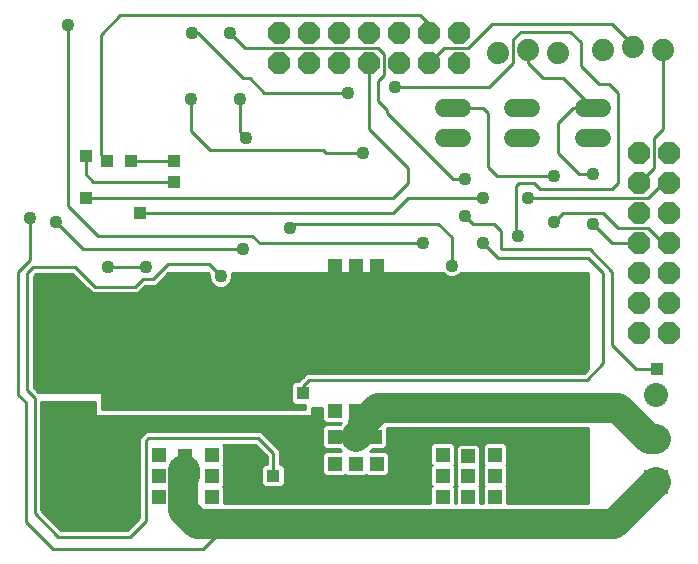
<source format=gbl>
G75*
G70*
%OFA0B0*%
%FSLAX24Y24*%
%IPPOS*%
%LPD*%
%AMOC8*
5,1,8,0,0,1.08239X$1,22.5*
%
%ADD10C,0.0600*%
%ADD11R,0.1000X0.1000*%
%ADD12C,0.1000*%
%ADD13R,0.0800X0.0800*%
%ADD14C,0.0800*%
%ADD15OC8,0.0740*%
%ADD16C,0.0740*%
%ADD17R,0.0476X0.0476*%
%ADD18C,0.0436*%
%ADD19C,0.0100*%
%ADD20C,0.1000*%
%ADD21R,0.0436X0.0436*%
D10*
X014550Y014100D02*
X015150Y014100D01*
X015150Y015100D02*
X014550Y015100D01*
X016850Y015100D02*
X017450Y015100D01*
X017450Y014100D02*
X016850Y014100D01*
X019200Y014100D02*
X019800Y014100D01*
X019800Y015100D02*
X019200Y015100D01*
D11*
X002100Y006600D03*
D12*
X002100Y004600D03*
D13*
X021600Y002630D03*
D14*
X021600Y004078D03*
X021600Y005526D03*
D15*
X022050Y007600D03*
X022050Y008600D03*
X021050Y008600D03*
X021050Y007600D03*
X021050Y009600D03*
X021050Y010600D03*
X022050Y010600D03*
X022050Y009600D03*
X022050Y011600D03*
X022050Y012600D03*
X022050Y013600D03*
X021050Y013600D03*
X021050Y012600D03*
X021050Y011600D03*
X015050Y016600D03*
X014050Y016600D03*
X013050Y016600D03*
X012050Y016600D03*
X011050Y016600D03*
X010050Y016600D03*
X009050Y016600D03*
X009050Y017600D03*
X010050Y017600D03*
X011050Y017600D03*
X012050Y017600D03*
X013050Y017600D03*
X014050Y017600D03*
X015050Y017600D03*
D16*
X016350Y016950D03*
X017350Y017050D03*
X018350Y016950D03*
X019850Y017050D03*
X020850Y017150D03*
X021850Y017050D03*
D17*
X012300Y009850D03*
X011600Y009850D03*
X010900Y009850D03*
X010900Y009000D03*
X011600Y009000D03*
X012250Y009000D03*
X012300Y008100D03*
X011600Y008100D03*
X010900Y008100D03*
X009050Y008000D03*
X009050Y007300D03*
X009050Y006600D03*
X008200Y006650D03*
X008200Y007300D03*
X008200Y008000D03*
X007300Y008000D03*
X007300Y007300D03*
X007300Y006600D03*
X010900Y005000D03*
X011600Y005000D03*
X012300Y005000D03*
X012250Y004150D03*
X011600Y004150D03*
X010900Y004150D03*
X010900Y003250D03*
X011600Y003250D03*
X012300Y003250D03*
X014500Y003550D03*
X014500Y002850D03*
X015350Y002850D03*
X015350Y003500D03*
X016250Y003550D03*
X016250Y002850D03*
X016250Y002150D03*
X015350Y002150D03*
X014500Y002150D03*
X016650Y007050D03*
X016650Y007750D03*
X016650Y008450D03*
X017550Y008450D03*
X018400Y008450D03*
X018400Y007750D03*
X017550Y007750D03*
X017550Y007100D03*
X018400Y007050D03*
X006800Y003550D03*
X006800Y002850D03*
X006800Y002150D03*
X005900Y002150D03*
X005050Y002150D03*
X005050Y002850D03*
X005050Y003550D03*
X005900Y003500D03*
X005900Y002850D03*
D18*
X007100Y009500D03*
X007850Y010400D03*
X009400Y011100D03*
X011850Y013600D03*
X011350Y015600D03*
X012900Y015800D03*
X015250Y012750D03*
X015850Y012100D03*
X015250Y011500D03*
X015850Y010600D03*
X014800Y009850D03*
X013850Y010600D03*
X017000Y010850D03*
X018200Y011300D03*
X017350Y012100D03*
X018200Y012850D03*
X019500Y012900D03*
X019500Y011250D03*
X007960Y014110D03*
X007760Y015410D03*
X006100Y015400D03*
X006150Y017600D03*
X007400Y017600D03*
X002000Y017880D03*
X000750Y011450D03*
X001600Y011300D03*
X003350Y009800D03*
X004600Y009800D03*
D19*
X000600Y001300D02*
X001500Y000400D01*
X006500Y000400D01*
X007350Y001250D01*
X007208Y001920D02*
X007208Y002459D01*
X007167Y002500D01*
X007208Y002541D01*
X007208Y003159D01*
X007167Y003200D01*
X007208Y003241D01*
X007208Y003859D01*
X007187Y003880D01*
X008259Y003880D01*
X008630Y003509D01*
X008630Y003238D01*
X008561Y003238D01*
X008462Y003139D01*
X008462Y002561D01*
X008561Y002462D01*
X009139Y002462D01*
X009238Y002561D01*
X009238Y003139D01*
X009139Y003238D01*
X009070Y003238D01*
X009070Y003691D01*
X008570Y004191D01*
X008441Y004320D01*
X004599Y004320D01*
X004470Y004191D01*
X004380Y004101D01*
X004380Y001431D01*
X003979Y001030D01*
X001781Y001030D01*
X001120Y001691D01*
X001120Y005300D01*
X002900Y005300D01*
X002900Y004850D01*
X010150Y004850D01*
X010150Y005100D01*
X010492Y005100D01*
X010492Y004691D01*
X010591Y004592D01*
X011119Y004592D01*
X011085Y004558D01*
X010591Y004558D01*
X010492Y004459D01*
X010492Y003841D01*
X010591Y003742D01*
X011036Y003742D01*
X011120Y003658D01*
X010591Y003658D01*
X010492Y003559D01*
X010492Y002941D01*
X010591Y002842D01*
X011209Y002842D01*
X011250Y002883D01*
X011291Y002842D01*
X011909Y002842D01*
X011950Y002883D01*
X011991Y002842D01*
X012609Y002842D01*
X012708Y002941D01*
X012708Y003559D01*
X012609Y003658D01*
X012080Y003658D01*
X012164Y003742D01*
X012559Y003742D01*
X012658Y003841D01*
X012658Y004430D01*
X019350Y004430D01*
X019350Y001920D01*
X016658Y001920D01*
X016658Y002459D01*
X016617Y002500D01*
X016658Y002541D01*
X016658Y003159D01*
X016617Y003200D01*
X016658Y003241D01*
X016658Y003859D01*
X016559Y003958D01*
X015941Y003958D01*
X015842Y003859D01*
X015842Y003241D01*
X015883Y003200D01*
X015842Y003159D01*
X015842Y002541D01*
X015883Y002500D01*
X015842Y002459D01*
X015842Y001920D01*
X015758Y001920D01*
X015758Y002459D01*
X015717Y002500D01*
X015758Y002541D01*
X015758Y003159D01*
X015742Y003175D01*
X015758Y003191D01*
X015758Y003809D01*
X015659Y003908D01*
X015041Y003908D01*
X014942Y003809D01*
X014942Y003191D01*
X014958Y003175D01*
X014942Y003159D01*
X014942Y002541D01*
X014983Y002500D01*
X014942Y002459D01*
X014942Y001920D01*
X014908Y001920D01*
X014908Y002459D01*
X014867Y002500D01*
X014908Y002541D01*
X014908Y003159D01*
X014867Y003200D01*
X014908Y003241D01*
X014908Y003859D01*
X014809Y003958D01*
X014191Y003958D01*
X014092Y003859D01*
X014092Y003241D01*
X014133Y003200D01*
X014092Y003159D01*
X014092Y002541D01*
X014133Y002500D01*
X014092Y002459D01*
X014092Y001920D01*
X007208Y001920D01*
X007208Y001982D02*
X014092Y001982D01*
X014092Y002080D02*
X007208Y002080D01*
X007208Y002179D02*
X014092Y002179D01*
X014092Y002277D02*
X007208Y002277D01*
X007208Y002376D02*
X014092Y002376D01*
X014107Y002474D02*
X009151Y002474D01*
X009238Y002573D02*
X014092Y002573D01*
X014092Y002671D02*
X009238Y002671D01*
X009238Y002770D02*
X014092Y002770D01*
X014092Y002868D02*
X012635Y002868D01*
X012708Y002967D02*
X014092Y002967D01*
X014092Y003065D02*
X012708Y003065D01*
X012708Y003164D02*
X014097Y003164D01*
X014092Y003262D02*
X012708Y003262D01*
X012708Y003361D02*
X014092Y003361D01*
X014092Y003459D02*
X012708Y003459D01*
X012708Y003558D02*
X014092Y003558D01*
X014092Y003656D02*
X012611Y003656D01*
X012571Y003755D02*
X014092Y003755D01*
X014092Y003853D02*
X012658Y003853D01*
X012658Y003952D02*
X014185Y003952D01*
X014815Y003952D02*
X015935Y003952D01*
X015842Y003853D02*
X015714Y003853D01*
X015758Y003755D02*
X015842Y003755D01*
X015842Y003656D02*
X015758Y003656D01*
X015758Y003558D02*
X015842Y003558D01*
X015842Y003459D02*
X015758Y003459D01*
X015758Y003361D02*
X015842Y003361D01*
X015842Y003262D02*
X015758Y003262D01*
X015753Y003164D02*
X015847Y003164D01*
X015842Y003065D02*
X015758Y003065D01*
X015758Y002967D02*
X015842Y002967D01*
X015842Y002868D02*
X015758Y002868D01*
X015758Y002770D02*
X015842Y002770D01*
X015842Y002671D02*
X015758Y002671D01*
X015758Y002573D02*
X015842Y002573D01*
X015857Y002474D02*
X015743Y002474D01*
X015758Y002376D02*
X015842Y002376D01*
X015842Y002277D02*
X015758Y002277D01*
X015758Y002179D02*
X015842Y002179D01*
X015842Y002080D02*
X015758Y002080D01*
X015758Y001982D02*
X015842Y001982D01*
X014942Y001982D02*
X014908Y001982D01*
X014908Y002080D02*
X014942Y002080D01*
X014942Y002179D02*
X014908Y002179D01*
X014908Y002277D02*
X014942Y002277D01*
X014942Y002376D02*
X014908Y002376D01*
X014893Y002474D02*
X014957Y002474D01*
X014942Y002573D02*
X014908Y002573D01*
X014908Y002671D02*
X014942Y002671D01*
X014942Y002770D02*
X014908Y002770D01*
X014908Y002868D02*
X014942Y002868D01*
X014942Y002967D02*
X014908Y002967D01*
X014908Y003065D02*
X014942Y003065D01*
X014947Y003164D02*
X014903Y003164D01*
X014908Y003262D02*
X014942Y003262D01*
X014942Y003361D02*
X014908Y003361D01*
X014908Y003459D02*
X014942Y003459D01*
X014942Y003558D02*
X014908Y003558D01*
X014908Y003656D02*
X014942Y003656D01*
X014942Y003755D02*
X014908Y003755D01*
X014908Y003853D02*
X014986Y003853D01*
X016565Y003952D02*
X019350Y003952D01*
X019350Y004050D02*
X012658Y004050D01*
X012658Y004149D02*
X019350Y004149D01*
X019350Y004247D02*
X012658Y004247D01*
X012658Y004346D02*
X019350Y004346D01*
X019350Y003853D02*
X016658Y003853D01*
X016658Y003755D02*
X019350Y003755D01*
X019350Y003656D02*
X016658Y003656D01*
X016658Y003558D02*
X019350Y003558D01*
X019350Y003459D02*
X016658Y003459D01*
X016658Y003361D02*
X019350Y003361D01*
X019350Y003262D02*
X016658Y003262D01*
X016653Y003164D02*
X019350Y003164D01*
X019350Y003065D02*
X016658Y003065D01*
X016658Y002967D02*
X019350Y002967D01*
X019350Y002868D02*
X016658Y002868D01*
X016658Y002770D02*
X019350Y002770D01*
X019350Y002671D02*
X016658Y002671D01*
X016658Y002573D02*
X019350Y002573D01*
X019350Y002474D02*
X016643Y002474D01*
X016658Y002376D02*
X019350Y002376D01*
X019350Y002277D02*
X016658Y002277D01*
X016658Y002179D02*
X019350Y002179D01*
X019350Y002080D02*
X016658Y002080D01*
X016658Y001982D02*
X019350Y001982D01*
X019300Y006050D02*
X019850Y006600D01*
X019850Y009600D01*
X019350Y010100D01*
X016350Y010100D01*
X015850Y010600D01*
X016450Y010400D02*
X016450Y011000D01*
X016200Y011250D01*
X015500Y011250D01*
X015250Y011500D01*
X015850Y012100D02*
X013350Y012100D01*
X012850Y011600D01*
X004400Y011600D01*
X005550Y012650D02*
X002850Y012650D01*
X002600Y012900D01*
X002600Y013500D01*
X003100Y013550D02*
X003300Y013350D01*
X003100Y013550D02*
X003100Y017550D01*
X003750Y018200D01*
X013750Y018200D01*
X014050Y017900D01*
X014050Y017600D01*
X014550Y017100D02*
X014050Y016600D01*
X014550Y017100D02*
X015350Y017100D01*
X016150Y017900D01*
X020150Y017900D01*
X020850Y017200D01*
X020850Y017150D01*
X021850Y017050D02*
X021850Y014400D01*
X021550Y014100D01*
X021550Y013100D01*
X021050Y012600D01*
X021350Y012100D02*
X017350Y012100D01*
X017750Y012400D02*
X017550Y012600D01*
X017050Y012600D01*
X016950Y012500D01*
X016950Y010900D01*
X017000Y010850D01*
X016450Y010400D02*
X019400Y010400D01*
X020150Y009650D01*
X020150Y007200D01*
X020960Y006390D01*
X021650Y006390D01*
X019350Y006411D02*
X019209Y006270D01*
X009959Y006270D01*
X009830Y006141D01*
X009677Y005988D01*
X009561Y005988D01*
X009462Y005889D01*
X009462Y005311D01*
X009561Y005212D01*
X009900Y005212D01*
X009900Y005070D01*
X003150Y005070D01*
X003150Y005650D01*
X001011Y005650D01*
X000991Y005670D01*
X000870Y005791D01*
X000870Y009509D01*
X000941Y009580D01*
X002159Y009580D01*
X002680Y009059D01*
X002809Y008930D01*
X004341Y008930D01*
X004591Y009180D01*
X004941Y009180D01*
X005361Y009600D01*
X006689Y009600D01*
X006712Y009577D01*
X006712Y009423D01*
X006771Y009280D01*
X006880Y009171D01*
X007023Y009112D01*
X007177Y009112D01*
X007320Y009171D01*
X007429Y009280D01*
X007488Y009423D01*
X007488Y009577D01*
X007479Y009600D01*
X014501Y009600D01*
X014580Y009521D01*
X014723Y009462D01*
X014877Y009462D01*
X015020Y009521D01*
X015099Y009600D01*
X019350Y009600D01*
X019350Y006411D01*
X019350Y006414D02*
X000870Y006414D01*
X000870Y006316D02*
X019254Y006316D01*
X019350Y006513D02*
X000870Y006513D01*
X000870Y006611D02*
X019350Y006611D01*
X019350Y006710D02*
X000870Y006710D01*
X000870Y006808D02*
X019350Y006808D01*
X019350Y006907D02*
X000870Y006907D01*
X000870Y007005D02*
X019350Y007005D01*
X019350Y007104D02*
X000870Y007104D01*
X000870Y007202D02*
X019350Y007202D01*
X019350Y007301D02*
X000870Y007301D01*
X000870Y007399D02*
X019350Y007399D01*
X019350Y007498D02*
X000870Y007498D01*
X000870Y007596D02*
X019350Y007596D01*
X019350Y007695D02*
X000870Y007695D01*
X000870Y007793D02*
X019350Y007793D01*
X019350Y007892D02*
X000870Y007892D01*
X000870Y007990D02*
X019350Y007990D01*
X019350Y008089D02*
X000870Y008089D01*
X000870Y008187D02*
X019350Y008187D01*
X019350Y008286D02*
X000870Y008286D01*
X000870Y008384D02*
X019350Y008384D01*
X019350Y008483D02*
X000870Y008483D01*
X000870Y008581D02*
X019350Y008581D01*
X019350Y008680D02*
X000870Y008680D01*
X000870Y008778D02*
X019350Y008778D01*
X019350Y008877D02*
X000870Y008877D01*
X000870Y008975D02*
X002764Y008975D01*
X002665Y009074D02*
X000870Y009074D01*
X000870Y009172D02*
X002567Y009172D01*
X002468Y009271D02*
X000870Y009271D01*
X000870Y009369D02*
X002370Y009369D01*
X002271Y009468D02*
X000870Y009468D01*
X000927Y009566D02*
X002173Y009566D01*
X002250Y009800D02*
X002900Y009150D01*
X004250Y009150D01*
X004500Y009400D01*
X004850Y009400D01*
X005350Y009900D01*
X006700Y009900D01*
X007100Y009500D01*
X006734Y009369D02*
X005130Y009369D01*
X005032Y009271D02*
X006781Y009271D01*
X006879Y009172D02*
X004583Y009172D01*
X004485Y009074D02*
X019350Y009074D01*
X019350Y009172D02*
X007321Y009172D01*
X007419Y009271D02*
X019350Y009271D01*
X019350Y009369D02*
X007466Y009369D01*
X007488Y009468D02*
X014709Y009468D01*
X014891Y009468D02*
X019350Y009468D01*
X019350Y009566D02*
X015065Y009566D01*
X014800Y009850D02*
X014800Y010800D01*
X014350Y011250D01*
X009550Y011250D01*
X009400Y011100D01*
X008400Y010600D02*
X008150Y010850D01*
X003000Y010850D01*
X002000Y011850D01*
X002000Y017880D01*
X006150Y017600D02*
X006350Y017600D01*
X007850Y016100D01*
X008070Y016100D01*
X008560Y015610D01*
X011340Y015610D01*
X011350Y015600D01*
X012350Y015350D02*
X012350Y016000D01*
X012550Y016200D01*
X012550Y016900D01*
X012350Y017100D01*
X007900Y017100D01*
X007400Y017600D01*
X007760Y015410D02*
X007760Y014310D01*
X007960Y014110D01*
X006750Y013700D02*
X006100Y014350D01*
X006100Y015400D01*
X006750Y013700D02*
X010500Y013700D01*
X010600Y013600D01*
X011850Y013600D01*
X012050Y014400D02*
X013350Y013100D01*
X013350Y012600D01*
X012850Y012100D01*
X002600Y012100D01*
X001600Y011300D02*
X002500Y010400D01*
X007850Y010400D01*
X008400Y010600D02*
X013850Y010600D01*
X014535Y009566D02*
X007488Y009566D01*
X006712Y009566D02*
X005327Y009566D01*
X005229Y009468D02*
X006712Y009468D01*
X004600Y009800D02*
X003350Y009800D01*
X002250Y009800D02*
X000850Y009800D01*
X000650Y009600D01*
X000650Y005700D01*
X000900Y005450D01*
X000900Y001600D01*
X001690Y000810D01*
X004070Y000810D01*
X004600Y001340D01*
X004600Y004010D01*
X004690Y004100D01*
X008350Y004100D01*
X008850Y003600D01*
X008850Y002850D01*
X009238Y002868D02*
X010565Y002868D01*
X010492Y002967D02*
X009238Y002967D01*
X009238Y003065D02*
X010492Y003065D01*
X010492Y003164D02*
X009213Y003164D01*
X009070Y003262D02*
X010492Y003262D01*
X010492Y003361D02*
X009070Y003361D01*
X009070Y003459D02*
X010492Y003459D01*
X010492Y003558D02*
X009070Y003558D01*
X009070Y003656D02*
X010589Y003656D01*
X010579Y003755D02*
X009007Y003755D01*
X008908Y003853D02*
X010492Y003853D01*
X010492Y003952D02*
X008810Y003952D01*
X008711Y004050D02*
X010492Y004050D01*
X010492Y004149D02*
X008613Y004149D01*
X008514Y004247D02*
X010492Y004247D01*
X010492Y004346D02*
X001120Y004346D01*
X001120Y004444D02*
X010492Y004444D01*
X010576Y004543D02*
X001120Y004543D01*
X001120Y004641D02*
X010542Y004641D01*
X010492Y004740D02*
X001120Y004740D01*
X001120Y004838D02*
X010492Y004838D01*
X010492Y004937D02*
X010150Y004937D01*
X010150Y005035D02*
X010492Y005035D01*
X009900Y005134D02*
X003150Y005134D01*
X003150Y005232D02*
X009541Y005232D01*
X009462Y005331D02*
X003150Y005331D01*
X003150Y005429D02*
X009462Y005429D01*
X009462Y005528D02*
X003150Y005528D01*
X003150Y005626D02*
X009462Y005626D01*
X009462Y005725D02*
X000937Y005725D01*
X000991Y005670D02*
X000991Y005670D01*
X000870Y005823D02*
X009462Y005823D01*
X009495Y005922D02*
X000870Y005922D01*
X000870Y006020D02*
X009709Y006020D01*
X009807Y006119D02*
X000870Y006119D01*
X000870Y006217D02*
X009906Y006217D01*
X010050Y006050D02*
X019300Y006050D01*
X019350Y008975D02*
X004386Y008975D01*
X000750Y010050D02*
X000350Y009650D01*
X000350Y005550D01*
X000600Y005300D01*
X000600Y001300D01*
X001125Y001686D02*
X004380Y001686D01*
X004380Y001588D02*
X001224Y001588D01*
X001322Y001489D02*
X004380Y001489D01*
X004339Y001391D02*
X001421Y001391D01*
X001519Y001292D02*
X004241Y001292D01*
X004142Y001194D02*
X001618Y001194D01*
X001716Y001095D02*
X004044Y001095D01*
X004380Y001785D02*
X001120Y001785D01*
X001120Y001883D02*
X004380Y001883D01*
X004380Y001982D02*
X001120Y001982D01*
X001120Y002080D02*
X004380Y002080D01*
X004380Y002179D02*
X001120Y002179D01*
X001120Y002277D02*
X004380Y002277D01*
X004380Y002376D02*
X001120Y002376D01*
X001120Y002474D02*
X004380Y002474D01*
X004380Y002573D02*
X001120Y002573D01*
X001120Y002671D02*
X004380Y002671D01*
X004380Y002770D02*
X001120Y002770D01*
X001120Y002868D02*
X004380Y002868D01*
X004380Y002967D02*
X001120Y002967D01*
X001120Y003065D02*
X004380Y003065D01*
X004380Y003164D02*
X001120Y003164D01*
X001120Y003262D02*
X004380Y003262D01*
X004380Y003361D02*
X001120Y003361D01*
X001120Y003459D02*
X004380Y003459D01*
X004380Y003558D02*
X001120Y003558D01*
X001120Y003656D02*
X004380Y003656D01*
X004380Y003755D02*
X001120Y003755D01*
X001120Y003853D02*
X004380Y003853D01*
X004380Y003952D02*
X001120Y003952D01*
X001120Y004050D02*
X004380Y004050D01*
X004427Y004149D02*
X001120Y004149D01*
X001120Y004247D02*
X004526Y004247D01*
X004470Y004191D02*
X004470Y004191D01*
X002900Y004937D02*
X001120Y004937D01*
X001120Y005035D02*
X002900Y005035D01*
X002900Y005134D02*
X001120Y005134D01*
X001120Y005232D02*
X002900Y005232D01*
X007208Y003853D02*
X008286Y003853D01*
X008384Y003755D02*
X007208Y003755D01*
X007208Y003656D02*
X008483Y003656D01*
X008581Y003558D02*
X007208Y003558D01*
X007208Y003459D02*
X008630Y003459D01*
X008630Y003361D02*
X007208Y003361D01*
X007208Y003262D02*
X008630Y003262D01*
X008487Y003164D02*
X007203Y003164D01*
X007208Y003065D02*
X008462Y003065D01*
X008462Y002967D02*
X007208Y002967D01*
X007208Y002868D02*
X008462Y002868D01*
X008462Y002770D02*
X007208Y002770D01*
X007208Y002671D02*
X008462Y002671D01*
X008462Y002573D02*
X007208Y002573D01*
X007193Y002474D02*
X008549Y002474D01*
X011235Y002868D02*
X011265Y002868D01*
X011935Y002868D02*
X011965Y002868D01*
X009850Y005600D02*
X009850Y005850D01*
X010050Y006050D01*
X018200Y011300D02*
X018500Y011600D01*
X019850Y011600D01*
X020350Y011100D01*
X021350Y011100D01*
X021850Y010600D01*
X022050Y010600D01*
X021050Y010600D02*
X020150Y010600D01*
X019500Y011250D01*
X020150Y012400D02*
X017750Y012400D01*
X018200Y012850D02*
X016300Y012850D01*
X016000Y013150D01*
X016000Y014950D01*
X015850Y015100D01*
X014850Y015100D01*
X016050Y015800D02*
X016850Y016600D01*
X016850Y017400D01*
X017100Y017650D01*
X018750Y017650D01*
X019100Y017300D01*
X019100Y016500D01*
X019700Y015900D01*
X020050Y015900D01*
X020350Y015600D01*
X020350Y012600D01*
X020150Y012400D01*
X019500Y012900D02*
X019050Y012900D01*
X018350Y013600D01*
X018350Y014600D01*
X018850Y015100D01*
X019500Y015100D01*
X018500Y016100D01*
X017850Y016100D01*
X017350Y016600D01*
X017350Y017050D01*
X016050Y015800D02*
X012900Y015800D01*
X012350Y015350D02*
X012650Y015050D01*
X012650Y014950D01*
X014850Y012750D01*
X015250Y012750D01*
X012050Y014400D02*
X012050Y016600D01*
X005550Y013350D02*
X004100Y013350D01*
X000750Y011450D02*
X000750Y010050D01*
X021350Y012100D02*
X021850Y012600D01*
X022050Y012600D01*
D20*
X020350Y005100D02*
X012350Y005100D01*
X011850Y004600D01*
X011850Y004375D01*
X011600Y004125D01*
X007350Y001250D02*
X020220Y001250D01*
X021600Y002630D01*
X021600Y004078D02*
X021372Y004078D01*
X020350Y005100D01*
X007350Y001250D02*
X006300Y001250D01*
X005850Y001700D01*
X005850Y003040D01*
X005900Y003040D01*
X005900Y002850D01*
D21*
X008850Y002850D03*
X009760Y003210D03*
X009760Y003910D03*
X009760Y004510D03*
X009850Y005600D03*
X013460Y003310D03*
X013460Y002510D03*
X018360Y002910D03*
X019060Y002910D03*
X021650Y006390D03*
X005550Y012650D03*
X005550Y013350D03*
X004100Y013350D03*
X003300Y013350D03*
X002600Y013500D03*
X002600Y012100D03*
X004400Y011600D03*
M02*

</source>
